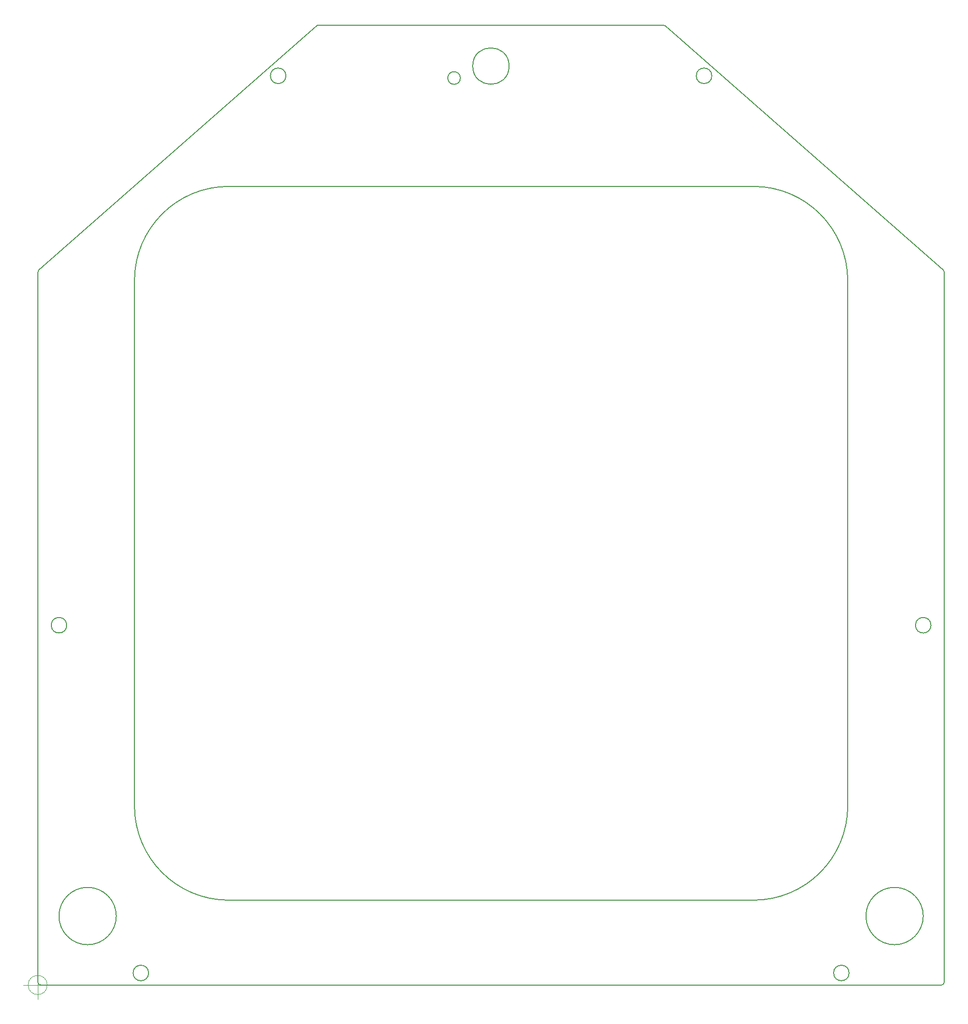
<source format=gbr>
G04 #@! TF.GenerationSoftware,KiCad,Pcbnew,(5.1.5-0-10_14)*
G04 #@! TF.CreationDate,2021-11-28T09:12:12+10:00*
G04 #@! TF.ProjectId,Buttons_DDI,42757474-6f6e-4735-9f44-44492e6b6963,rev?*
G04 #@! TF.SameCoordinates,Original*
G04 #@! TF.FileFunction,Other,Fab,Bot*
%FSLAX46Y46*%
G04 Gerber Fmt 4.6, Leading zero omitted, Abs format (unit mm)*
G04 Created by KiCad (PCBNEW (5.1.5-0-10_14)) date 2021-11-28 09:12:12*
%MOMM*%
%LPD*%
G04 APERTURE LIST*
%ADD10C,0.200000*%
%ADD11C,0.100000*%
G04 APERTURE END LIST*
D10*
X91030675Y-18376300D02*
G75*
G03X91030675Y-18376300I-1100000J0D01*
G01*
X99531375Y-16288500D02*
G75*
G03X99531375Y-16288500I-3175000J0D01*
G01*
X126464426Y-9144000D02*
X66106369Y-9176498D01*
X30987380Y-164503100D02*
G75*
G03X30987380Y-164503100I-5000000J0D01*
G01*
X60587233Y-17986375D02*
G75*
G03X60587233Y-17986375I-1352550J0D01*
G01*
X173148629Y-113792000D02*
G75*
G03X173148629Y-113792000I-1352550J0D01*
G01*
X50604140Y-161734500D02*
G75*
G02X34163000Y-145293360I0J16441140D01*
G01*
X158864300Y-174434500D02*
G75*
G03X158864300Y-174434500I-1352550J0D01*
G01*
X36626800Y-174434500D02*
G75*
G03X36626800Y-174434500I-1352550J0D01*
G01*
X158623000Y-145293360D02*
X158623000Y-53715640D01*
X142181860Y-37274500D02*
G75*
G02X158623000Y-53715640I0J-16441140D01*
G01*
X142181860Y-37274500D02*
X50604140Y-37274500D01*
X50604140Y-161734500D02*
X142181860Y-161734500D01*
X171798621Y-164503100D02*
G75*
G03X171798621Y-164503100I-5000000J0D01*
G01*
X126464426Y-9144000D02*
G75*
G02X126799582Y-9270248I0J-508000D01*
G01*
X17303750Y-52240798D02*
X17303750Y-176022000D01*
X17811750Y-176530000D02*
X174974250Y-176530000D01*
X175309406Y-51859046D02*
X126799582Y-9270248D01*
X175309406Y-51859046D02*
G75*
G02X175482250Y-52240798I-335156J-381752D01*
G01*
X158623000Y-145293360D02*
G75*
G02X142181860Y-161734500I-16441140J0D01*
G01*
X34163000Y-53715640D02*
X34163000Y-145293360D01*
X134903867Y-17986375D02*
G75*
G03X134903867Y-17986375I-1352550J0D01*
G01*
X22342471Y-113792000D02*
G75*
G03X22342471Y-113792000I-1352550J0D01*
G01*
X175482250Y-176022000D02*
X175482250Y-52240798D01*
X175482250Y-176022000D02*
G75*
G02X174974250Y-176530000I-508000J0D01*
G01*
X17303750Y-52240798D02*
G75*
G02X17476594Y-51859046I508000J0D01*
G01*
X34163000Y-53715640D02*
G75*
G02X50604140Y-37274500I16441140J0D01*
G01*
X17811750Y-176530000D02*
G75*
G02X17303750Y-176022000I0J508000D01*
G01*
X66106369Y-9176498D02*
X17476594Y-51859046D01*
D11*
X18938666Y-176530000D02*
G75*
G03X18938666Y-176530000I-1666666J0D01*
G01*
X14772000Y-176530000D02*
X19772000Y-176530000D01*
X17272000Y-174030000D02*
X17272000Y-179030000D01*
M02*

</source>
